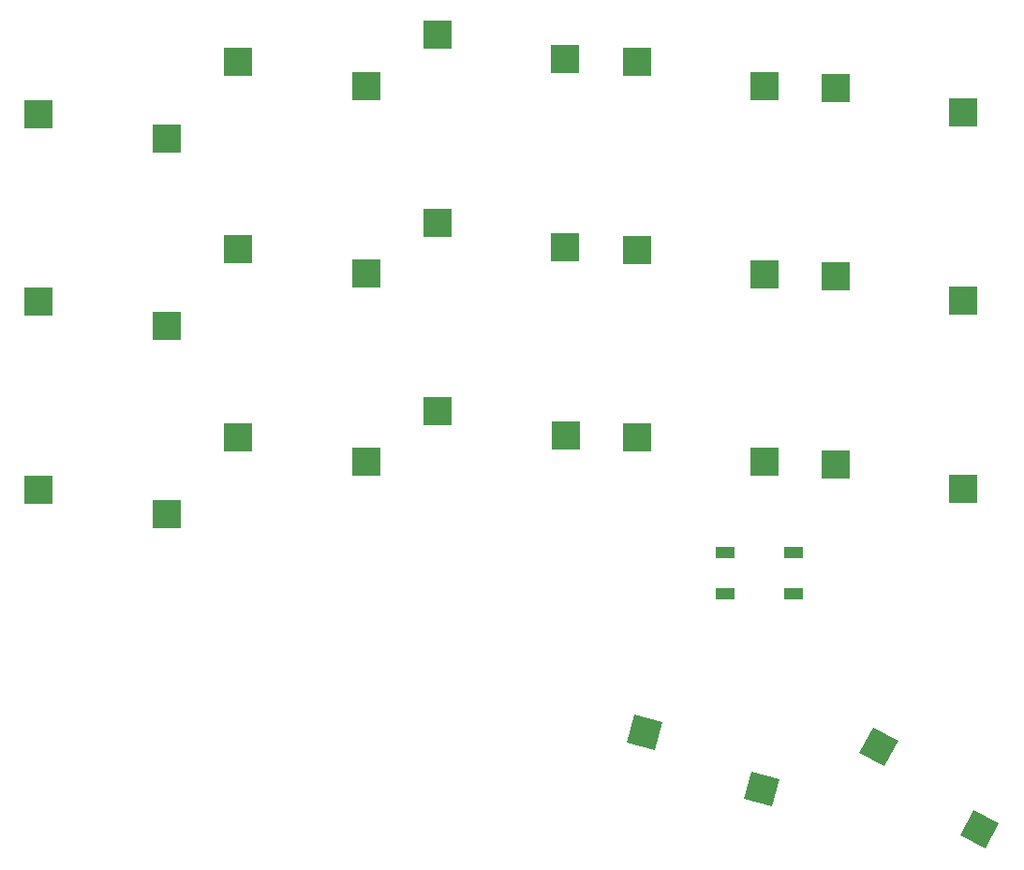
<source format=gbr>
G04 #@! TF.GenerationSoftware,KiCad,Pcbnew,(5.1.9-0-10_14)*
G04 #@! TF.CreationDate,2021-02-24T15:03:00-06:00*
G04 #@! TF.ProjectId,micro_redox_split,6d696372-6f5f-4726-9564-6f785f73706c,rev?*
G04 #@! TF.SameCoordinates,Original*
G04 #@! TF.FileFunction,Paste,Bot*
G04 #@! TF.FilePolarity,Positive*
%FSLAX46Y46*%
G04 Gerber Fmt 4.6, Leading zero omitted, Abs format (unit mm)*
G04 Created by KiCad (PCBNEW (5.1.9-0-10_14)) date 2021-02-24 15:03:00*
%MOMM*%
%LPD*%
G01*
G04 APERTURE LIST*
%ADD10R,1.800000X1.100000*%
%ADD11C,0.100000*%
%ADD12R,2.600000X2.600000*%
G04 APERTURE END LIST*
D10*
X93864500Y-130183500D03*
X100064500Y-126483500D03*
X93864500Y-126483500D03*
X100064500Y-130183500D03*
D11*
G36*
X109541212Y-143541419D02*
G01*
X108300599Y-145826344D01*
X106015674Y-144585731D01*
X107256287Y-142300806D01*
X109541212Y-143541419D01*
G37*
G36*
X118641800Y-150986001D02*
G01*
X117401187Y-153270926D01*
X115116262Y-152030313D01*
X116356875Y-149745388D01*
X118641800Y-150986001D01*
G37*
D12*
X103866000Y-118494500D03*
X115416000Y-120694500D03*
X103866000Y-101476500D03*
X115416000Y-103676500D03*
X103866000Y-84522000D03*
X115416000Y-86722000D03*
D11*
G36*
X88196060Y-141848755D02*
G01*
X87523131Y-144360162D01*
X85011724Y-143687233D01*
X85684653Y-141175826D01*
X88196060Y-141848755D01*
G37*
G36*
X98783102Y-146963152D02*
G01*
X98110173Y-149474559D01*
X95598766Y-148801630D01*
X96271695Y-146290223D01*
X98783102Y-146963152D01*
G37*
D12*
X85895500Y-116081500D03*
X97445500Y-118281500D03*
X85895500Y-99127000D03*
X97445500Y-101327000D03*
X85895500Y-82109000D03*
X97445500Y-84309000D03*
X67925000Y-113732000D03*
X79475000Y-115932000D03*
X67861500Y-96714000D03*
X79411500Y-98914000D03*
X67861500Y-79696000D03*
X79411500Y-81896000D03*
X49891000Y-116081500D03*
X61441000Y-118281500D03*
X49891000Y-99063500D03*
X61441000Y-101263500D03*
X49891000Y-82109000D03*
X61441000Y-84309000D03*
X31857000Y-120844000D03*
X43407000Y-123044000D03*
X31857000Y-103826000D03*
X43407000Y-106026000D03*
X31857000Y-86871500D03*
X43407000Y-89071500D03*
M02*

</source>
